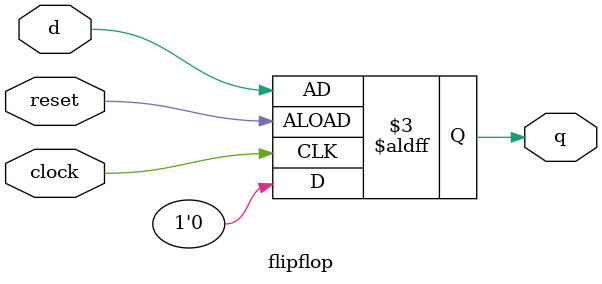
<source format=v>
module part3(ClockIn, Resetn, Start, Letter, DotDashOut);
	input Resetn, Start, ClockIn;
	input [2:0] Letter;
	output DotDashOut;
	
	wire [11:0] LUTout;
	//lookup table to store codes
	LUT lut1(.letter(Letter), .lutout(LUTout)); 
	
	
	wire Enable;
	RateDivider rd1(.clock(ClockIn), .reset(Resetn), .enable(Enable));
	
	wire rotateleft;
	rotater r1(.clock(ClockIn), .reset(Resetn), .enable(Enable), .rotaterout(rotateleft));
	
	wire [11:0] SRout; //output of shift register
	//now we want to read out the bits out of a shift register
	wire nreset, nstart, nrotateleft;
	assign nreset = ~Resetn;
	assign nstart = ~Start;
	assign nrotateleft = ~rotateleft;
	shiftregister sr1(.clock(ClockIn), .reset(nreset), .parallelload(nstart), .rotateright(nrotateleft), .asright(1'b0), .datain(LUTout), .q(SRout));
	assign DotDashOut = SRout[11];
	
endmodule

module LUT(letter, lutout);
	input [2:0] letter;
	output reg [11:0] lutout;
	
	always@(*)
	begin
		case (letter[2:0]) //letter selected by Letter input
			//Note: mintime is 0.5 seconds
			//encode the pattern for each letter using sedquence of 1s and 0s
			//0 or 1 is 0.5 seconds in duration
			//single 0 is a pause or off
			//single 1 is a dot
			//111 is a dash
			3'b000: lutout = 12'b010111000000; //case 1: A
			3'b001: lutout = 12'b011101010100; //Case 2: B
			3'b010: lutout = 12'b011101011101; //Case 3: C
			3'b011: lutout = 12'b011101010000; //Case 4: D
			3'b100: lutout = 12'b010000000000; //Case 5: E
			3'b101: lutout = 12'b010101110100; //Case 6: F
			3'b110: lutout = 12'b011101110100; //Case 7: G
			3'b111: lutout = 12'b010101010000; //Case 8: H
			default: lutout = 12'b010111000000; //Default Case: A
		endcase
	end
	
endmodule


module RateDivider(clock, reset, enable);
	input clock, reset;
	output reg enable;
	reg [10:0] RDout;
	
	always@(posedge clock, negedge reset)
	begin 
		if (reset == 1'b0)
			begin
				enable <= 1'b0;
				RDout <= 11'b00011111001;
			end
		else if (enable)
			begin
				enable <= ~enable;
				RDout <= 11'b00011111001;
			end
		else if (RDout == 11'b00000000001)
			enable <= 1'b1;
		else 
			RDout <= RDout - 1;
	end
endmodule


module rotater(clock, reset, enable, rotaterout);
	input clock, reset, enable;
	output reg rotaterout;
	
	always @(posedge clock, negedge reset)
	begin
		if (reset == 1'b0)
			rotaterout <= 1'b0;
		else if (enable == 1'b1)
			rotaterout <= 1'b1;
		else
			rotaterout <= 1'b0; //make sure no matter what rotate value is assigned to something (0)
	end
endmodule

module shiftregister(clock, reset, parallelload, rotateright, asright, datain, q); //12-bit shift register
	input clock, reset, parallelload, rotateright, asright;
	input [11:0] datain;
	output [11:0] q;
	
	rotatingregister rr0(q[10], q[11], rotateright, datain[11], parallelload, clock, reset, q[11]);
	rotatingregister rr1(q[9], q[10], rotateright, datain[10], parallelload, clock, reset, q[10]);
	rotatingregister rr2(q[8], q[9], rotateright, datain[9], parallelload, clock, reset, q[9]);
	rotatingregister rr3(q[7], q[8], rotateright, datain[8], parallelload, clock, reset, q[8]);
	rotatingregister rr4(q[6], q[7], rotateright, datain[7], parallelload, clock, reset, q[7]);
	rotatingregister rr5(q[5], q[6], rotateright, datain[6], parallelload, clock, reset, q[6]);
	rotatingregister rr6(q[4], q[5], rotateright, datain[5], parallelload, clock, reset, q[5]);
	rotatingregister rr7(q[3], q[4], rotateright, datain[4], parallelload, clock, reset, q[4]);
	rotatingregister rr8(q[2], q[3], rotateright, datain[3], parallelload, clock, reset, q[3]);
	rotatingregister rr9(q[1], q[2], rotateright, datain[2], parallelload, clock, reset, q[2]);
	rotatingregister rr10(q[0], q[1], rotateright, datain[1], parallelload, clock, reset, q[1]);
	rotatingregister rr11(q[11], q[0], rotateright, datain[0], parallelload, clock, reset, q[0]);
	
endmodule

module rotatingregister(right, left, loadleft, d, loadn, clock, reset, q);
	input right, left, loadleft, d, loadn, clock, reset;
	output q;
	wire w1, w2;
	
	assign w1 = loadleft ? left : right;
	assign w2 = loadn ? w1 : d;
	flipflop ff1(.d(w2), .clock(clock), .reset(resetn), .q(q));
	
endmodule

module flipflop(d, clock, reset, q);
	input d, clock, reset;
	output reg q;
	
	always@(posedge clock, negedge reset)
	begin
		if(reset == 1'b1)
			q <= 0;
		else
			q <= d;
	end
endmodule
	
	
</source>
